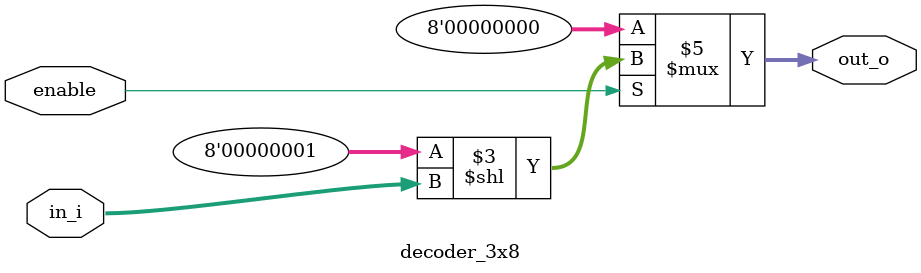
<source format=v>
module decoder_3x8 (
    input  wire       enable,
    input  wire [2:0] in_i,
    output reg  [7:0] out_o
);

    always @(*) begin
        if (!enable) begin
            out_o = 8'b00000000;
        end else begin
            out_o = (8'b1 << in_i);
        end
    end
endmodule

</source>
